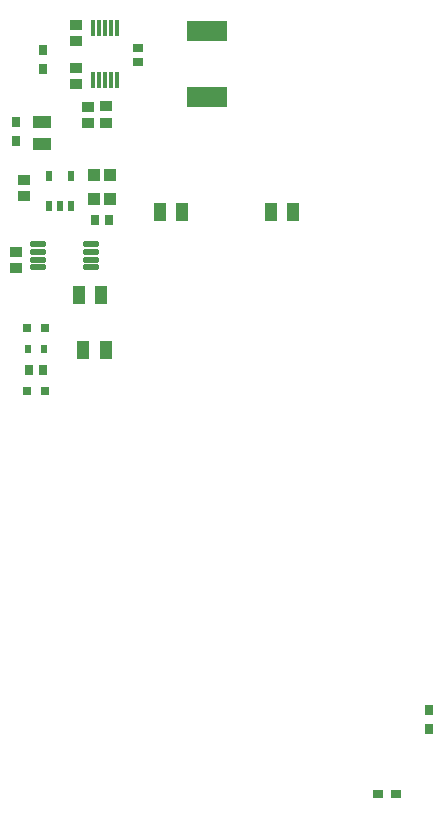
<source format=gtp>
G04*
G04 #@! TF.GenerationSoftware,Altium Limited,Altium Designer,20.0.14 (345)*
G04*
G04 Layer_Color=8421504*
%FSLAX25Y25*%
%MOIN*%
G70*
G01*
G75*
%ADD18R,0.02756X0.03347*%
%ADD19R,0.05906X0.04331*%
%ADD20R,0.03347X0.02756*%
%ADD21R,0.04331X0.05906*%
%ADD22R,0.03347X0.02756*%
%ADD23R,0.02756X0.03347*%
%ADD24R,0.04134X0.03740*%
%ADD25R,0.03937X0.03543*%
%ADD26R,0.03150X0.03543*%
%ADD27R,0.03937X0.04331*%
G04:AMPARAMS|DCode=28|XSize=21.65mil|YSize=31.5mil|CornerRadius=1.95mil|HoleSize=0mil|Usage=FLASHONLY|Rotation=180.000|XOffset=0mil|YOffset=0mil|HoleType=Round|Shape=RoundedRectangle|*
%AMROUNDEDRECTD28*
21,1,0.02165,0.02760,0,0,180.0*
21,1,0.01776,0.03150,0,0,180.0*
1,1,0.00390,-0.00888,0.01380*
1,1,0.00390,0.00888,0.01380*
1,1,0.00390,0.00888,-0.01380*
1,1,0.00390,-0.00888,-0.01380*
%
%ADD28ROUNDEDRECTD28*%
%ADD29R,0.01181X0.05709*%
G04:AMPARAMS|DCode=30|XSize=17.72mil|YSize=53.15mil|CornerRadius=1.95mil|HoleSize=0mil|Usage=FLASHONLY|Rotation=90.000|XOffset=0mil|YOffset=0mil|HoleType=Round|Shape=RoundedRectangle|*
%AMROUNDEDRECTD30*
21,1,0.01772,0.04925,0,0,90.0*
21,1,0.01382,0.05315,0,0,90.0*
1,1,0.00390,0.02463,0.00691*
1,1,0.00390,0.02463,-0.00691*
1,1,0.00390,-0.02463,-0.00691*
1,1,0.00390,-0.02463,0.00691*
%
%ADD30ROUNDEDRECTD30*%
%ADD31R,0.13386X0.07087*%
%ADD32R,0.02362X0.03150*%
%ADD33R,0.03150X0.03150*%
D18*
X112500Y410051D02*
D03*
Y403949D02*
D03*
X241000Y183949D02*
D03*
Y190051D02*
D03*
X103500Y386051D02*
D03*
Y379949D02*
D03*
D19*
X112000Y378800D02*
D03*
Y386200D02*
D03*
D20*
X144000Y406039D02*
D03*
Y410961D02*
D03*
D21*
X124253Y328500D02*
D03*
X131653D02*
D03*
X125800Y310000D02*
D03*
X133200D02*
D03*
X158700Y356000D02*
D03*
X151300D02*
D03*
X188300D02*
D03*
X195700D02*
D03*
D22*
X230102Y162000D02*
D03*
X224000D02*
D03*
D23*
X112461Y303500D02*
D03*
X107539D02*
D03*
D24*
X133500Y385646D02*
D03*
Y391354D02*
D03*
D25*
X103500Y337343D02*
D03*
Y342657D02*
D03*
X106000Y361343D02*
D03*
Y366657D02*
D03*
X123500Y418500D02*
D03*
Y413185D02*
D03*
X127500Y391158D02*
D03*
Y385842D02*
D03*
X123500Y398843D02*
D03*
Y404157D02*
D03*
D26*
X134500Y353500D02*
D03*
X129776D02*
D03*
D27*
X129244Y360500D02*
D03*
X134756D02*
D03*
X134756Y368500D02*
D03*
X129244D02*
D03*
D28*
X114260Y357980D02*
D03*
X118000D02*
D03*
X121740D02*
D03*
Y368020D02*
D03*
X114260D02*
D03*
D29*
X129000Y400000D02*
D03*
X130968D02*
D03*
X132937D02*
D03*
X134906D02*
D03*
X136874D02*
D03*
Y417323D02*
D03*
X134906D02*
D03*
X132937D02*
D03*
X130968D02*
D03*
X129000D02*
D03*
D30*
X128260Y345339D02*
D03*
X110740D02*
D03*
Y342779D02*
D03*
Y340220D02*
D03*
Y337661D02*
D03*
X128260Y342779D02*
D03*
Y340220D02*
D03*
Y337661D02*
D03*
D31*
X167000Y416524D02*
D03*
Y394476D02*
D03*
D32*
X112559Y310500D02*
D03*
X107441D02*
D03*
D33*
X107095Y296500D02*
D03*
X113000D02*
D03*
X107047Y317500D02*
D03*
X112953D02*
D03*
M02*

</source>
